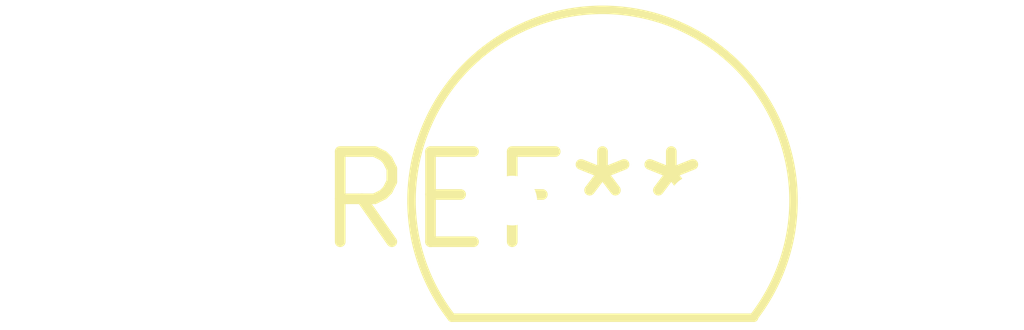
<source format=kicad_pcb>
(kicad_pcb (version 20240108) (generator pcbnew)
  (layers (0 "F.Cu" signal) (31 "B.Cu" signal) (34 "B.Paste" user) (35 "F.Paste" user) (36 "B.SilkS" user "B.Silkscreen") (37 "F.SilkS" user "F.Silkscreen") (38 "B.Mask" user) (39 "F.Mask" user) (44 "Edge.Cuts" user))
  (net 0 "")
  (footprint "Osram_SFH205" (layer "F.Cu") (at 0 0)
    (property "Reference" "REF**")
    (property "Value" "Osram_SFH205")
    (fp_line (start -0.85 1.65) (end 3.4 1.65) (layer "F.SilkS") (stroke (width 0.12)))
    (fp_arc (start -0.85 1.65) (mid 1.266938 -2.686427) (end 3.393756 1.645163) (layer "F.SilkS") (stroke (width 0.12)))
    (pad "1" thru_hole roundrect (at 0 0) (size 1.4 1.4) (drill 0.7) (layers *.Cu *.Mask) (remove_unused_layers) (roundrect_rratio 0.178))
    (pad "2" thru_hole circle (at 2.56 0) (size 1.4 1.4) (drill 0.7) (layers *.Cu *.Mask) (remove_unused_layers))
  )
)
</source>
